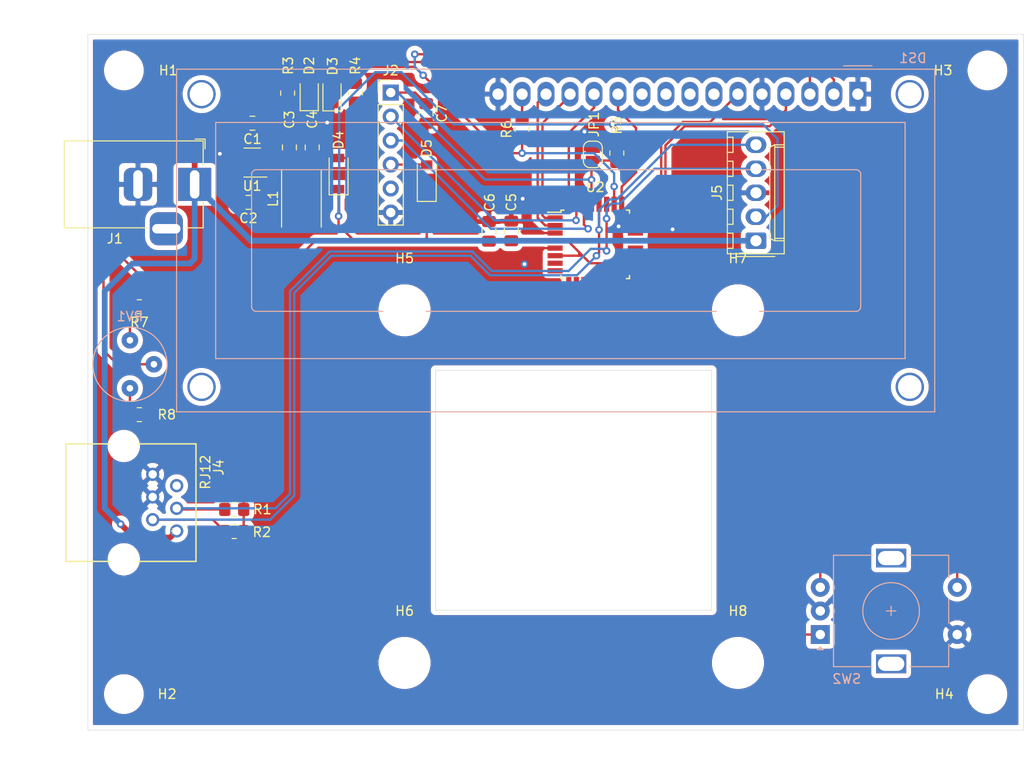
<source format=kicad_pcb>
(kicad_pcb (version 20171130) (host pcbnew 5.1.10-88a1d61d58~90~ubuntu20.04.1)
  (title_block (title Simple-Screen) (date 2021-08-05) (rev 1.1.0) (company Hackuarium))
  (layers (0 F.Cu signal) (31 B.Cu signal) (34 B.Paste user hide) (35 F.Paste user) (36 B.SilkS user hide) (37 F.SilkS user) (38 B.Mask user hide) (39 F.Mask user) (44 Edge.Cuts user))
  (net 0 "")
  (net 1 GND)
  (net 2 12V)
  (net 3 "Net-(C2-Pad1)")
  (net 4 "Net-(C2-Pad2)")
  (net 5 VIN)
  (net 6 "Net-(D2-Pad2)")
  (net 7 "Net-(D3-Pad2)")
  (net 8 "Net-(DS1-Pad3)")
  (net 9 D3)
  (net 10 D2)
  (net 11 "Net-(DS1-Pad7)")
  (net 12 "Net-(DS1-Pad8)")
  (net 13 "Net-(DS1-Pad9)")
  (net 14 "Net-(DS1-Pad10)")
  (net 15 D4)
  (net 16 D5)
  (net 17 D6)
  (net 18 D7)
  (net 19 "Net-(DS1-Pad15)")
  (net 20 "Net-(J1-Pad3)")
  (net 21 MISO)
  (net 22 SCK)
  (net 23 MOSI)
  (net 24 ~RESET)
  (net 25 SCL)
  (net 26 SDA)
  (net 27 "Net-(J4-Pad5)")
  (net 28 "Net-(R7-Pad2)")
  (net 29 "Net-(R8-Pad1)")
  (net 30 C2)
  (net 31 C1)
  (net 32 C0)
  (net 33 "Net-(U2-Pad7)")
  (net 34 "Net-(U2-Pad8)")
  (net 35 "Net-(U2-Pad12)")
  (net 36 "Net-(U2-Pad13)")
  (net 37 "Net-(U2-Pad14)")
  (net 38 "Net-(U2-Pad19)")
  (net 39 "Net-(U2-Pad20)")
  (net 40 "Net-(U2-Pad22)")
  (net 41 C3)
  (net 42 "/Sheet 5 V Step-down/5V")
  (net 43 "Net-(D5-Pad2)")
  (net 44 "Net-(J2-Pad5)")
  (net 45 RX)
  (net 46 TX)
  (module Jumper:SolderJumper-2_P1.3mm_Open_RoundedPad1.0x1.5mm (layer F.Cu) (at 53.467 -60.96 270)
    (fp_text reference JP1 (at -3.175 -0.127 90) (layer F.SilkS))
    (fp_text value SolderJumper_2_Open)
    (pad 2 smd custom (at 0.65 0 270) (size 1 0.5) (layers F.Cu F.Mask) (net 24 ~RESET) (options (clearance outline) (anchor rect)) (primitives (gr_circle (center 0 0.25) (end 0.5 0.25) (width 0)) (gr_circle (center 0 -0.25) (end 0.5 -0.25) (width 0)) (gr_poly (pts (xy 0 -0.75) (xy -0.5 -0.75) (xy -0.5 0.75) (xy 0 0.75)) (width 0))))
    (pad 1 smd custom (at -0.65 0 270) (size 1 0.5) (layers F.Cu F.Mask) (net 1 GND) (options (clearance outline) (anchor rect)) (primitives (gr_circle (center 0 0.25) (end 0.5 0.25) (width 0)) (gr_circle (center 0 -0.25) (end 0.5 -0.25) (width 0)) (gr_poly (pts (xy 0 -0.75) (xy 0.5 -0.75) (xy 0.5 0.75) (xy 0 0.75)) (width 0))))
  )
  (module MountingHole:MountingHole_4.5mm (layer F.Cu) (at 68.834 -7.112)
    (fp_text reference H8 (at 0 -5.5) (layer F.SilkS))
    (fp_text value MountingHole)
    (pad 1 np_thru_hole circle (at 0 0) (size 4.5 4.5) (drill 4.5) (layers *.Cu *.Mask))
  )
  (module MountingHole:MountingHole_4.5mm (layer F.Cu) (at 68.834 -44.45)
    (fp_text reference H7 (at 0 -5.5) (layer F.SilkS))
    (fp_text value MountingHole)
    (pad 1 np_thru_hole circle (at 0 0) (size 4.5 4.5) (drill 4.5) (layers *.Cu *.Mask))
  )
  (module MountingHole:MountingHole_4.5mm (layer F.Cu) (at 33.528 -7.112)
    (fp_text reference H6 (at 0 -5.5) (layer F.SilkS))
    (fp_text value MountingHole)
    (pad 1 np_thru_hole circle (at 0 0) (size 4.5 4.5) (drill 4.5) (layers *.Cu *.Mask))
  )
  (module MountingHole:MountingHole_4.5mm (layer F.Cu) (at 33.528 -44.45)
    (fp_text reference H5 (at 0 -5.5) (layer F.SilkS))
    (fp_text value MountingHole)
    (pad 1 np_thru_hole circle (at 0 0) (size 4.5 4.5) (drill 4.5) (layers *.Cu *.Mask))
  )
  (module Connector_PinHeader_2.54mm:PinHeader_1x06_P2.54mm_Vertical (layer F.Cu) (at 32.065 -67.506)
    (fp_text reference J2 (at 0 -2.33) (layer F.SilkS))
    (fp_text value Conn_01x06)
    (pad 6 thru_hole oval (at 0 12.7) (size 1.7 1.7) (drill 1) (layers *.Cu *.Mask) (net 1 GND))
    (pad 5 thru_hole oval (at 0 10.16) (size 1.7 1.7) (drill 1) (layers *.Cu *.Mask) (net 44 "Net-(J2-Pad5)"))
    (pad 4 thru_hole oval (at 0 7.62) (size 1.7 1.7) (drill 1) (layers *.Cu *.Mask) (net 43 "Net-(D5-Pad2)"))
    (pad 3 thru_hole oval (at 0 5.08) (size 1.7 1.7) (drill 1) (layers *.Cu *.Mask) (net 45 RX))
    (pad 2 thru_hole oval (at 0 2.54) (size 1.7 1.7) (drill 1) (layers *.Cu *.Mask) (net 46 TX))
    (pad 1 thru_hole rect (at 0 0) (size 1.7 1.7) (drill 1) (layers *.Cu *.Mask) (net 24 ~RESET))
  )
  (module Diode_SMD:D_SOD-123 (layer F.Cu) (at 35.8775 -58.2295 90)
    (fp_text reference D5 (at 3.3655 0 90) (layer F.SilkS))
    (fp_text value MBR0520LT)
    (pad 2 smd rect (at 1.65 0 90) (size 0.9 1.2) (layers F.Cu F.Paste F.Mask) (net 43 "Net-(D5-Pad2)"))
    (pad 1 smd rect (at -1.65 0 90) (size 0.9 1.2) (layers F.Cu F.Paste F.Mask) (net 5 VIN))
  )
  (module Diode_SMD:D_SOD-123 (layer F.Cu) (at 26.543 -58.928 90)
    (fp_text reference D4 (at 3.556 0 90) (layer F.SilkS))
    (fp_text value MBR0520LT)
    (pad 2 smd rect (at 1.65 0 90) (size 0.9 1.2) (layers F.Cu F.Paste F.Mask) (net 42 "/Sheet 5 V Step-down/5V"))
    (pad 1 smd rect (at -1.65 0 90) (size 0.9 1.2) (layers F.Cu F.Paste F.Mask) (net 5 VIN))
  )
  (module Capacitor_SMD:C_0805_2012Metric_Pad1.18x1.45mm_HandSolder (layer F.Cu) (at 35.814 -65.2995 270)
    (fp_text reference C7 (at 0 -1.68 90) (layer F.SilkS))
    (fp_text value 100n)
    (pad 2 smd roundrect (at 1.0375 0 270) (size 1.175 1.45) (layers F.Cu F.Paste F.Mask) (roundrect_rratio 0.212766) (net 1 GND))
    (pad 1 smd roundrect (at -1.0375 0 270) (size 1.175 1.45) (layers F.Cu F.Paste F.Mask) (roundrect_rratio 0.212766) (net 24 ~RESET))
  )
  (module Capacitor_SMD:C_0805_2012Metric_Pad1.18x1.45mm_HandSolder (layer F.Cu) (at 17.4205 -64.262 180)
    (fp_text reference C1 (at 0 -1.68) (layer F.SilkS))
    (fp_text value 10u)
    (pad 2 smd roundrect (at 1.0375 0 180) (size 1.175 1.45) (layers F.Cu F.Paste F.Mask) (roundrect_rratio 0.212766) (net 1 GND))
    (pad 1 smd roundrect (at -1.0375 0 180) (size 1.175 1.45) (layers F.Cu F.Paste F.Mask) (roundrect_rratio 0.212766) (net 2 12V))
  )
  (module Capacitor_SMD:C_0805_2012Metric_Pad1.18x1.45mm_HandSolder (layer F.Cu) (at 16.9965 -55.88 180)
    (fp_text reference C2 (at 0 -1.68) (layer F.SilkS))
    (fp_text value 100n)
    (pad 1 smd roundrect (at -1.0375 0 180) (size 1.175 1.45) (layers F.Cu F.Paste F.Mask) (roundrect_rratio 0.212766) (net 3 "Net-(C2-Pad1)"))
    (pad 2 smd roundrect (at 1.0375 0 180) (size 1.175 1.45) (layers F.Cu F.Paste F.Mask) (roundrect_rratio 0.212766) (net 4 "Net-(C2-Pad2)"))
  )
  (module Capacitor_SMD:C_0805_2012Metric_Pad1.18x1.45mm_HandSolder (layer F.Cu) (at 21.336 -61.7005 270)
    (fp_text reference C3 (at -2.9425 0 90) (layer F.SilkS))
    (fp_text value 22u)
    (pad 1 smd roundrect (at -1.0375 0 270) (size 1.175 1.45) (layers F.Cu F.Paste F.Mask) (roundrect_rratio 0.212766) (net 1 GND))
    (pad 2 smd roundrect (at 1.0375 0 270) (size 1.175 1.45) (layers F.Cu F.Paste F.Mask) (roundrect_rratio 0.212766) (net 42 "/Sheet 5 V Step-down/5V"))
  )
  (module Capacitor_SMD:C_0805_2012Metric_Pad1.18x1.45mm_HandSolder (layer F.Cu) (at 23.749 -61.7005 270)
    (fp_text reference C4 (at -2.9425 0 90) (layer F.SilkS))
    (fp_text value 22u)
    (pad 2 smd roundrect (at 1.0375 0 270) (size 1.175 1.45) (layers F.Cu F.Paste F.Mask) (roundrect_rratio 0.212766) (net 42 "/Sheet 5 V Step-down/5V"))
    (pad 1 smd roundrect (at -1.0375 0 270) (size 1.175 1.45) (layers F.Cu F.Paste F.Mask) (roundrect_rratio 0.212766) (net 1 GND))
  )
  (module Capacitor_SMD:C_0805_2012Metric_Pad1.18x1.45mm_HandSolder (layer F.Cu) (at 44.831 -52.8535 90)
    (fp_text reference C5 (at 3.0265 0 90) (layer F.SilkS))
    (fp_text value 10u)
    (pad 1 smd roundrect (at -1.0375 0 90) (size 1.175 1.45) (layers F.Cu F.Paste F.Mask) (roundrect_rratio 0.212766) (net 5 VIN))
    (pad 2 smd roundrect (at 1.0375 0 90) (size 1.175 1.45) (layers F.Cu F.Paste F.Mask) (roundrect_rratio 0.212766) (net 1 GND))
  )
  (module Capacitor_SMD:C_0805_2012Metric_Pad1.18x1.45mm_HandSolder (layer F.Cu) (at 42.465499 -52.8105 90)
    (fp_text reference C6 (at 3.0695 0.079501 90) (layer F.SilkS))
    (fp_text value 100n)
    (pad 2 smd roundrect (at 1.0375 0 90) (size 1.175 1.45) (layers F.Cu F.Paste F.Mask) (roundrect_rratio 0.212766) (net 1 GND))
    (pad 1 smd roundrect (at -1.0375 0 90) (size 1.175 1.45) (layers F.Cu F.Paste F.Mask) (roundrect_rratio 0.212766) (net 5 VIN))
  )
  (module LED_SMD:LED_0805_2012Metric_Pad1.15x1.40mm_HandSolder (layer F.Cu) (at 23.4315 -67.446 90)
    (fp_text reference D2 (at 2.912 0 90) (layer F.SilkS))
    (fp_text value GREEN)
    (pad 2 smd roundrect (at 1.025 0 90) (size 1.15 1.4) (layers F.Cu F.Paste F.Mask) (roundrect_rratio 0.217391) (net 6 "Net-(D2-Pad2)"))
    (pad 1 smd roundrect (at -1.025 0 90) (size 1.15 1.4) (layers F.Cu F.Paste F.Mask) (roundrect_rratio 0.217391) (net 1 GND))
  )
  (module LED_SMD:LED_0805_2012Metric_Pad1.15x1.40mm_HandSolder (layer F.Cu) (at 25.8445 -67.428 90)
    (fp_text reference D3 (at 2.8665 0.0635 90) (layer F.SilkS))
    (fp_text value GREEN)
    (pad 1 smd roundrect (at -1.025 0 90) (size 1.15 1.4) (layers F.Cu F.Paste F.Mask) (roundrect_rratio 0.217391) (net 1 GND))
    (pad 2 smd roundrect (at 1.025 0 90) (size 1.15 1.4) (layers F.Cu F.Paste F.Mask) (roundrect_rratio 0.217391) (net 7 "Net-(D3-Pad2)"))
  )
  (module Display:WC1602A (layer B.Cu) (at 81.53 -67.34 180)
    (fp_text reference DS1 (at -5.82 3.81) (layer B.SilkS) (effects (justify mirror)))
    (fp_text value WC1602A)
    (pad 1 thru_hole rect (at 0 0 180) (size 1.8 2.6) (drill 1.2) (layers *.Cu *.Mask) (net 1 GND))
    (pad 2 thru_hole oval (at 2.54 0 180) (size 1.8 2.6) (drill 1.2) (layers *.Cu *.Mask) (net 41 C3))
    (pad 3 thru_hole oval (at 5.08 0 180) (size 1.8 2.6) (drill 1.2) (layers *.Cu *.Mask) (net 8 "Net-(DS1-Pad3)"))
    (pad 4 thru_hole oval (at 7.62 0 180) (size 1.8 2.6) (drill 1.2) (layers *.Cu *.Mask) (net 32 C0))
    (pad 5 thru_hole oval (at 10.16 0 180) (size 1.8 2.6) (drill 1.2) (layers *.Cu *.Mask) (net 1 GND))
    (pad 6 thru_hole oval (at 12.7 0 180) (size 1.8 2.6) (drill 1.2) (layers *.Cu *.Mask) (net 31 C1))
    (pad 7 thru_hole oval (at 15.24 0 180) (size 1.8 2.6) (drill 1.2) (layers *.Cu *.Mask) (net 11 "Net-(DS1-Pad7)"))
    (pad 8 thru_hole oval (at 17.78 0 180) (size 1.8 2.6) (drill 1.2) (layers *.Cu *.Mask) (net 12 "Net-(DS1-Pad8)"))
    (pad 9 thru_hole oval (at 20.32 0 180) (size 1.8 2.6) (drill 1.2) (layers *.Cu *.Mask) (net 13 "Net-(DS1-Pad9)"))
    (pad 10 thru_hole oval (at 22.86 0 180) (size 1.8 2.6) (drill 1.2) (layers *.Cu *.Mask) (net 14 "Net-(DS1-Pad10)"))
    (pad 11 thru_hole oval (at 25.4 0 180) (size 1.8 2.6) (drill 1.2) (layers *.Cu *.Mask) (net 30 C2))
    (pad 12 thru_hole oval (at 27.94 0 180) (size 1.8 2.6) (drill 1.2) (layers *.Cu *.Mask) (net 10 D2))
    (pad 13 thru_hole oval (at 30.48 0 180) (size 1.8 2.6) (drill 1.2) (layers *.Cu *.Mask) (net 9 D3))
    (pad 14 thru_hole oval (at 33.02 0 180) (size 1.8 2.6) (drill 1.2) (layers *.Cu *.Mask) (net 15 D4))
    (pad 15 thru_hole oval (at 35.56 0 180) (size 1.8 2.6) (drill 1.2) (layers *.Cu *.Mask) (net 19 "Net-(DS1-Pad15)"))
    (pad 16 thru_hole oval (at 38.1 0 180) (size 1.8 2.6) (drill 1.2) (layers *.Cu *.Mask) (net 1 GND))
    (pad "" thru_hole circle (at -5.4991 0 180) (size 3 3) (drill 2.5) (layers *.Cu *.Mask))
    (pad "" thru_hole circle (at -5.4991 -31.0007 180) (size 3 3) (drill 2.5) (layers *.Cu *.Mask))
    (pad "" thru_hole circle (at 69.49948 -31.0007 180) (size 3 3) (drill 2.5) (layers *.Cu *.Mask))
    (pad "" thru_hole circle (at 69.5 0 180) (size 3 3) (drill 2.5) (layers *.Cu *.Mask))
  )
  (module MountingHole:MountingHole_3.2mm_M3 (layer F.Cu) (at 3.81 -69.85)
    (fp_text reference H1 (at 4.699 0) (layer F.SilkS))
    (fp_text value MountingHole)
    (pad 1 np_thru_hole circle (at 0 0) (size 3.2 3.2) (drill 3.2) (layers *.Cu *.Mask))
  )
  (module MountingHole:MountingHole_3.2mm_M3 (layer F.Cu) (at 3.81 -3.81)
    (fp_text reference H2 (at 4.572 0) (layer F.SilkS))
    (fp_text value MountingHole)
    (pad "" np_thru_hole circle (at 0 0) (size 3.2 3.2) (drill 3.2) (layers *.Cu *.Mask))
  )
  (module MountingHole:MountingHole_3.2mm_M3 (layer F.Cu) (at 95.25 -69.85)
    (fp_text reference H3 (at -4.699 0) (layer F.SilkS))
    (fp_text value MountingHole)
    (pad 1 np_thru_hole circle (at 0 0) (size 3.2 3.2) (drill 3.2) (layers *.Cu *.Mask))
  )
  (module MountingHole:MountingHole_3.2mm_M3 (layer F.Cu) (at 95.25 -3.81)
    (fp_text reference H4 (at -4.572 0) (layer F.SilkS))
    (fp_text value MountingHole)
    (pad 1 np_thru_hole circle (at 0 0) (size 3.2 3.2) (drill 3.2) (layers *.Cu *.Mask))
  )
  (module Connector_BarrelJack:BarrelJack_Horizontal (layer F.Cu) (at 11.303 -57.785)
    (fp_text reference J1 (at -8.45 5.75) (layer F.SilkS))
    (fp_text value Barrel_Jack_MountingPin)
    (pad 1 thru_hole rect (at 0 0) (size 3.5 3.5) (drill oval 1 3) (layers *.Cu *.Mask) (net 2 12V))
    (pad 2 thru_hole roundrect (at -6 0) (size 3 3.5) (drill oval 1 3) (layers *.Cu *.Mask) (net 1 GND))
    (pad 3 thru_hole roundrect (at -3 4.7) (size 3.5 3.5) (drill oval 3 1) (layers *.Cu *.Mask) (net 20 "Net-(J1-Pad3)"))
  )
  (module incubator:E5566-Q0LK22-L (layer F.Cu) (at 9.398 -21.082 90)
    (fp_text reference J4 (at 6.731 4.445 90) (layer F.SilkS))
    (fp_text value RJ12 (at 6.223 3.048 90) (layer F.SilkS))
    (fp_text user * (at 0 0 90) (layer F.SilkS))
    (pad 1 thru_hole circle (at 0 0 90) (size 1.397 1.397) (drill 0.889) (layers *.Cu *.Mask) (net 2 12V))
    (pad 2 thru_hole circle (at 1.2 -2.54 90) (size 1.397 1.397) (drill 0.889) (layers *.Cu *.Mask) (net 25 SCL))
    (pad 3 thru_hole circle (at 2.4 0 90) (size 1.397 1.397) (drill 0.889) (layers *.Cu *.Mask) (net 26 SDA))
    (pad 4 thru_hole circle (at 3.6 -2.54 90) (size 1.397 1.397) (drill 0.889) (layers *.Cu *.Mask) (net 1 GND))
    (pad 5 thru_hole circle (at 4.800001 0 90) (size 1.397 1.397) (drill 0.889) (layers *.Cu *.Mask) (net 27 "Net-(J4-Pad5)"))
    (pad 6 thru_hole circle (at 6.000001 -2.54 90) (size 1.397 1.397) (drill 0.889) (layers *.Cu *.Mask) (net 1 GND))
    (pad 7 np_thru_hole circle (at -3 -5.6 90) (size 2.413 2.413) (drill 2.413) (layers *.Cu *.Mask))
    (pad 8 np_thru_hole circle (at 8.999998 -5.6 90) (size 2.413 2.413) (drill 2.413) (layers *.Cu *.Mask))
  )
  (module Connector_Molex:Molex_KK-254_AE-6410-05A_1x05_P2.54mm_Vertical (layer F.Cu) (at 70.739 -51.816 90)
    (fp_text reference J5 (at 5.08 -4.12 90) (layer F.SilkS))
    (fp_text value Conn_01x05)
    (pad 1 thru_hole roundrect (at 0 0 90) (size 1.74 2.19) (drill 1.19) (layers *.Cu *.Mask) (roundrect_rratio 0.143678) (net 2 12V))
    (pad 2 thru_hole oval (at 2.54 0 90) (size 1.74 2.19) (drill 1.19) (layers *.Cu *.Mask) (net 5 VIN))
    (pad 3 thru_hole oval (at 5.08 0 90) (size 1.74 2.19) (drill 1.19) (layers *.Cu *.Mask) (net 1 GND))
    (pad 4 thru_hole oval (at 7.62 0 90) (size 1.74 2.19) (drill 1.19) (layers *.Cu *.Mask) (net 26 SDA))
    (pad 5 thru_hole oval (at 10.16 0 90) (size 1.74 2.19) (drill 1.19) (layers *.Cu *.Mask) (net 25 SCL))
  )
  (module Inductor_SMD:L_Taiyo-Yuden_NR-40xx_HandSoldering (layer F.Cu) (at 22.606 -56.266 90)
    (fp_text reference L1 (at 0 -3 90) (layer F.SilkS))
    (fp_text value 4.7u)
    (pad 1 smd rect (at -1.9 0 90) (size 2.2 3.9) (layers F.Cu F.Paste F.Mask) (net 3 "Net-(C2-Pad1)"))
    (pad 2 smd rect (at 1.9 0 90) (size 2.2 3.9) (layers F.Cu F.Paste F.Mask) (net 42 "/Sheet 5 V Step-down/5V"))
  )
  (module Resistor_SMD:R_0805_2012Metric_Pad1.20x1.40mm_HandSolder (layer F.Cu) (at 15.494 -23.368 180)
    (fp_text reference R1 (at -2.9845 0) (layer F.SilkS))
    (fp_text value 10k)
    (pad 1 smd roundrect (at -1 0 180) (size 1.2 1.4) (layers F.Cu F.Paste F.Mask) (roundrect_rratio 0.208333) (net 5 VIN))
    (pad 2 smd roundrect (at 1 0 180) (size 1.2 1.4) (layers F.Cu F.Paste F.Mask) (roundrect_rratio 0.208333) (net 26 SDA))
  )
  (module Resistor_SMD:R_0805_2012Metric_Pad1.20x1.40mm_HandSolder (layer F.Cu) (at 15.494 -21.0185 180)
    (fp_text reference R2 (at -2.921 -0.0635) (layer F.SilkS))
    (fp_text value 10k)
    (pad 2 smd roundrect (at 1 0 180) (size 1.2 1.4) (layers F.Cu F.Paste F.Mask) (roundrect_rratio 0.208333) (net 25 SCL))
    (pad 1 smd roundrect (at -1 0 180) (size 1.2 1.4) (layers F.Cu F.Paste F.Mask) (roundrect_rratio 0.208333) (net 5 VIN))
  )
  (module Resistor_SMD:R_0805_2012Metric_Pad1.20x1.40mm_HandSolder (layer F.Cu) (at 21.1455 -67.453 90)
    (fp_text reference R3 (at 2.905 0.0635 90) (layer F.SilkS))
    (fp_text value 10k)
    (pad 1 smd roundrect (at -1 0 90) (size 1.2 1.4) (layers F.Cu F.Paste F.Mask) (roundrect_rratio 0.208333) (net 2 12V))
    (pad 2 smd roundrect (at 1 0 90) (size 1.2 1.4) (layers F.Cu F.Paste F.Mask) (roundrect_rratio 0.208333) (net 6 "Net-(D2-Pad2)"))
  )
  (module Resistor_SMD:R_0805_2012Metric_Pad1.20x1.40mm_HandSolder (layer F.Cu) (at 28.321 -67.4845 90)
    (fp_text reference R4 (at 2.8735 0 90) (layer F.SilkS))
    (fp_text value 1k)
    (pad 2 smd roundrect (at 1 0 90) (size 1.2 1.4) (layers F.Cu F.Paste F.Mask) (roundrect_rratio 0.208333) (net 7 "Net-(D3-Pad2)"))
    (pad 1 smd roundrect (at -1 0 90) (size 1.2 1.4) (layers F.Cu F.Paste F.Mask) (roundrect_rratio 0.208333) (net 42 "/Sheet 5 V Step-down/5V"))
  )
  (module Resistor_SMD:R_0805_2012Metric_Pad1.20x1.40mm_HandSolder (layer F.Cu) (at 56.007 -61.103 270)
    (fp_text reference R5 (at -2.937 0 90) (layer F.SilkS))
    (fp_text value 100k)
    (pad 1 smd roundrect (at -1 0 270) (size 1.2 1.4) (layers F.Cu F.Paste F.Mask) (roundrect_rratio 0.208333) (net 5 VIN))
    (pad 2 smd roundrect (at 1 0 270) (size 1.2 1.4) (layers F.Cu F.Paste F.Mask) (roundrect_rratio 0.208333) (net 24 ~RESET))
  )
  (module Resistor_SMD:R_0805_2012Metric_Pad1.20x1.40mm_HandSolder (layer F.Cu) (at 45.974 -63.627 90)
    (fp_text reference R6 (at 0 -1.65 270) (layer F.SilkS))
    (fp_text value 0)
    (pad 2 smd roundrect (at 1 0 90) (size 1.2 1.4) (layers F.Cu F.Paste F.Mask) (roundrect_rratio 0.208333) (net 19 "Net-(DS1-Pad15)"))
    (pad 1 smd roundrect (at -1 0 90) (size 1.2 1.4) (layers F.Cu F.Paste F.Mask) (roundrect_rratio 0.208333) (net 41 C3))
  )
  (module Resistor_SMD:R_0805_2012Metric_Pad1.20x1.40mm_HandSolder (layer F.Cu) (at 5.445 -44.831 180)
    (fp_text reference R7 (at 0 -1.65) (layer F.SilkS))
    (fp_text value 100)
    (pad 2 smd roundrect (at 1 0 180) (size 1.2 1.4) (layers F.Cu F.Paste F.Mask) (roundrect_rratio 0.208333) (net 28 "Net-(R7-Pad2)"))
    (pad 1 smd roundrect (at -1 0 180) (size 1.2 1.4) (layers F.Cu F.Paste F.Mask) (roundrect_rratio 0.208333) (net 41 C3))
  )
  (module Resistor_SMD:R_0805_2012Metric_Pad1.20x1.40mm_HandSolder (layer F.Cu) (at 5.445 -33.401)
    (fp_text reference R8 (at 2.905 0 180) (layer F.SilkS))
    (fp_text value 100)
    (pad 1 smd roundrect (at -1 0) (size 1.2 1.4) (layers F.Cu F.Paste F.Mask) (roundrect_rratio 0.208333) (net 29 "Net-(R8-Pad1)"))
    (pad 2 smd roundrect (at 1 0) (size 1.2 1.4) (layers F.Cu F.Paste F.Mask) (roundrect_rratio 0.208333) (net 1 GND))
  )
  (module Potentiometer_THT:Potentiometer_Bourns_3339P_Vertical_HandSoldering (layer B.Cu) (at 4.445 -36.195 180)
    (fp_text reference RV1 (at 0 7.6) (layer B.SilkS) (effects (justify mirror)))
    (fp_text value 10k)
    (pad 3 thru_hole circle (at 0 5.08 180) (size 1.75 1.75) (drill 0.7) (layers *.Cu *.Mask) (net 28 "Net-(R7-Pad2)"))
    (pad 2 thru_hole circle (at -2.54 2.54 180) (size 1.75 1.75) (drill 0.7) (layers *.Cu *.Mask) (net 8 "Net-(DS1-Pad3)"))
    (pad 1 thru_hole circle (at 0 0 180) (size 1.75 1.75) (drill 0.7) (layers *.Cu *.Mask) (net 29 "Net-(R8-Pad1)"))
  )
  (module Rotary_Encoder:RotaryEncoder_Alps_EC11E-Switch_Vertical_H20mm (layer B.Cu) (at 77.5506 -10.1151)
    (fp_text reference SW2 (at 2.8 4.7) (layer B.SilkS) (effects (justify mirror)))
    (fp_text value Rotary_Encoder_Switch)
    (pad S1 thru_hole circle (at 14.5 -5) (size 2 2) (drill 1) (layers *.Cu *.Mask) (net 18 D7))
    (pad S2 thru_hole circle (at 14.5 0) (size 2 2) (drill 1) (layers *.Cu *.Mask) (net 1 GND))
    (pad MP thru_hole rect (at 7.5 -8.1) (size 3.2 2) (drill oval 2.8 1.5) (layers *.Cu *.Mask))
    (pad MP thru_hole rect (at 7.5 3.1) (size 3.2 2) (drill oval 2.8 1.5) (layers *.Cu *.Mask))
    (pad B thru_hole circle (at 0 -5) (size 2 2) (drill 1) (layers *.Cu *.Mask) (net 17 D6))
    (pad C thru_hole circle (at 0 -2.5) (size 2 2) (drill 1) (layers *.Cu *.Mask) (net 1 GND))
    (pad A thru_hole rect (at 0 0) (size 2 2) (drill 1) (layers *.Cu *.Mask) (net 16 D5))
  )
  (module Package_TO_SOT_SMD:TSOT-23-6 (layer F.Cu) (at 17.399 -60.071 180)
    (fp_text reference U1 (at 0 -2.45) (layer F.SilkS))
    (fp_text value AP63205WU)
    (pad 1 smd rect (at -1.31 -0.95 180) (size 1.22 0.65) (layers F.Cu F.Paste F.Mask) (net 42 "/Sheet 5 V Step-down/5V"))
    (pad 2 smd rect (at -1.31 0 180) (size 1.22 0.65) (layers F.Cu F.Paste F.Mask) (net 2 12V))
    (pad 3 smd rect (at -1.31 0.95 180) (size 1.22 0.65) (layers F.Cu F.Paste F.Mask) (net 2 12V))
    (pad 4 smd rect (at 1.31 0.95 180) (size 1.22 0.65) (layers F.Cu F.Paste F.Mask) (net 1 GND))
    (pad 5 smd rect (at 1.31 0 180) (size 1.22 0.65) (layers F.Cu F.Paste F.Mask) (net 3 "Net-(C2-Pad1)"))
    (pad 6 smd rect (at 1.31 -0.95 180) (size 1.22 0.65) (layers F.Cu F.Paste F.Mask) (net 4 "Net-(C2-Pad2)"))
  )
  (module Package_QFP:TQFP-32_7x7mm_P0.8mm (layer F.Cu) (at 53.721 -51.435)
    (fp_text reference U2 (at 0 -6.05) (layer F.SilkS))
    (fp_text value ATmega328P-AU)
    (pad 1 smd rect (at -4.25 -2.8) (size 1.6 0.55) (layers F.Cu F.Paste F.Mask) (net 9 D3))
    (pad 2 smd rect (at -4.25 -2) (size 1.6 0.55) (layers F.Cu F.Paste F.Mask) (net 15 D4))
    (pad 3 smd rect (at -4.25 -1.2) (size 1.6 0.55) (layers F.Cu F.Paste F.Mask) (net 1 GND))
    (pad 4 smd rect (at -4.25 -0.4) (size 1.6 0.55) (layers F.Cu F.Paste F.Mask) (net 5 VIN))
    (pad 5 smd rect (at -4.25 0.4) (size 1.6 0.55) (layers F.Cu F.Paste F.Mask) (net 1 GND))
    (pad 6 smd rect (at -4.25 1.2) (size 1.6 0.55) (layers F.Cu F.Paste F.Mask) (net 5 VIN))
    (pad 7 smd rect (at -4.25 2) (size 1.6 0.55) (layers F.Cu F.Paste F.Mask) (net 33 "Net-(U2-Pad7)"))
    (pad 8 smd rect (at -4.25 2.8) (size 1.6 0.55) (layers F.Cu F.Paste F.Mask) (net 34 "Net-(U2-Pad8)"))
    (pad 9 smd rect (at -2.8 4.25 90) (size 1.6 0.55) (layers F.Cu F.Paste F.Mask) (net 16 D5))
    (pad 10 smd rect (at -2 4.25 90) (size 1.6 0.55) (layers F.Cu F.Paste F.Mask) (net 17 D6))
    (pad 11 smd rect (at -1.2 4.25 90) (size 1.6 0.55) (layers F.Cu F.Paste F.Mask) (net 18 D7))
    (pad 12 smd rect (at -0.4 4.25 90) (size 1.6 0.55) (layers F.Cu F.Paste F.Mask) (net 35 "Net-(U2-Pad12)"))
    (pad 13 smd rect (at 0.4 4.25 90) (size 1.6 0.55) (layers F.Cu F.Paste F.Mask) (net 36 "Net-(U2-Pad13)"))
    (pad 14 smd rect (at 1.2 4.25 90) (size 1.6 0.55) (layers F.Cu F.Paste F.Mask) (net 37 "Net-(U2-Pad14)"))
    (pad 15 smd rect (at 2 4.25 90) (size 1.6 0.55) (layers F.Cu F.Paste F.Mask) (net 23 MOSI))
    (pad 16 smd rect (at 2.8 4.25 90) (size 1.6 0.55) (layers F.Cu F.Paste F.Mask) (net 21 MISO))
    (pad 17 smd rect (at 4.25 2.8) (size 1.6 0.55) (layers F.Cu F.Paste F.Mask) (net 22 SCK))
    (pad 18 smd rect (at 4.25 2) (size 1.6 0.55) (layers F.Cu F.Paste F.Mask) (net 5 VIN))
    (pad 19 smd rect (at 4.25 1.2) (size 1.6 0.55) (layers F.Cu F.Paste F.Mask) (net 38 "Net-(U2-Pad19)"))
    (pad 20 smd rect (at 4.25 0.4) (size 1.6 0.55) (layers F.Cu F.Paste F.Mask) (net 39 "Net-(U2-Pad20)"))
    (pad 21 smd rect (at 4.25 -0.4) (size 1.6 0.55) (layers F.Cu F.Paste F.Mask) (net 1 GND))
    (pad 22 smd rect (at 4.25 -1.2) (size 1.6 0.55) (layers F.Cu F.Paste F.Mask) (net 40 "Net-(U2-Pad22)"))
    (pad 23 smd rect (at 4.25 -2) (size 1.6 0.55) (layers F.Cu F.Paste F.Mask) (net 32 C0))
    (pad 24 smd rect (at 4.25 -2.8) (size 1.6 0.55) (layers F.Cu F.Paste F.Mask) (net 31 C1))
    (pad 25 smd rect (at 2.8 -4.25 90) (size 1.6 0.55) (layers F.Cu F.Paste F.Mask) (net 30 C2))
    (pad 26 smd rect (at 2 -4.25 90) (size 1.6 0.55) (layers F.Cu F.Paste F.Mask) (net 41 C3))
    (pad 27 smd rect (at 1.2 -4.25 90) (size 1.6 0.55) (layers F.Cu F.Paste F.Mask) (net 26 SDA))
    (pad 28 smd rect (at 0.4 -4.25 90) (size 1.6 0.55) (layers F.Cu F.Paste F.Mask) (net 25 SCL))
    (pad 29 smd rect (at -0.4 -4.25 90) (size 1.6 0.55) (layers F.Cu F.Paste F.Mask) (net 24 ~RESET))
    (pad 30 smd rect (at -1.2 -4.25 90) (size 1.6 0.55) (layers F.Cu F.Paste F.Mask) (net 45 RX))
    (pad 31 smd rect (at -2 -4.25 90) (size 1.6 0.55) (layers F.Cu F.Paste F.Mask) (net 46 TX))
    (pad 32 smd rect (at -2.8 -4.25 90) (size 1.6 0.55) (layers F.Cu F.Paste F.Mask) (net 10 D2))
  )
  (gr_line (start 0 -73.66) (end 0 0) (layer Edge.Cuts) (width 0.05))
  (gr_line (start 99.06 -73.66) (end 0 -73.66) (layer Edge.Cuts) (width 0.05))
  (gr_line (start 99.06 0) (end 99.06 -73.66) (layer Edge.Cuts) (width 0.05))
  (gr_line (start 0 0) (end 99.06 0) (layer Edge.Cuts) (width 0.05))
  (gr_line (start 66.04 -38.1) (end 36.83 -38.1) (layer Edge.Cuts) (width 0.05))
  (gr_line (start 66.04 -12.7) (end 66.04 -38.1) (layer Edge.Cuts) (width 0.05))
  (gr_line (start 36.83 -12.7) (end 66.04 -12.7) (layer Edge.Cuts) (width 0.05))
  (gr_line (start 36.83 -38.1) (end 36.83 -12.7) (layer Edge.Cuts) (width 0.05))
  (via (at 52.578 -63.373) (size 0.8) (drill 0.4) (layers F.Cu B.Cu) (net 1))
  (via (at 46.0375 -56.261) (size 0.8) (drill 0.4) (layers F.Cu B.Cu) (net 1))
  (via (at 46.228 -49.3395) (size 0.8) (drill 0.4) (layers F.Cu B.Cu) (net 1))
  (via (at 56.1975 -53.34) (size 0.8) (drill 0.4) (layers F.Cu B.Cu) (net 1))
  (via (at 61.9125 -53.0225) (size 0.8) (drill 0.4) (layers F.Cu B.Cu) (net 1))
  (segment (start 47.9235 -51.035) (end 46.228 -49.3395) (width 0.25) (layer F.Cu) (net 1))
  (segment (start 49.471 -51.035) (end 47.9235 -51.035) (width 0.25) (layer F.Cu) (net 1))
  (segment (start 46.0375 -56.261) (end 46.0375 -54.102) (width 0.25) (layer F.Cu) (net 1))
  (segment (start 47.5045 -52.635) (end 49.471 -52.635) (width 0.25) (layer F.Cu) (net 1))
  (segment (start 46.0375 -54.102) (end 47.5045 -52.635) (width 0.25) (layer F.Cu) (net 1))
  (segment (start 56.6865 -51.835) (end 57.971 -51.835) (width 0.25) (layer F.Cu) (net 1))
  (segment (start 61.9125 -53.0225) (end 61.341 -53.0225) (width 0.25) (layer F.Cu) (net 1))
  (segment (start 60.1535 -51.835) (end 57.971 -51.835) (width 0.25) (layer F.Cu) (net 1))
  (segment (start 61.341 -53.0225) (end 60.1535 -51.835) (width 0.25) (layer F.Cu) (net 1))
  (segment (start 56.1975 -52.324) (end 56.6865 -51.835) (width 0.25) (layer F.Cu) (net 1))
  (segment (start 56.1975 -53.34) (end 56.1975 -52.324) (width 0.25) (layer F.Cu) (net 1))
  (via (at 13.97 -61.0235) (size 0.8) (drill 0.4) (layers F.Cu B.Cu) (net 1))
  (via (at 25.3365 -64.3255) (size 0.8) (drill 0.4) (layers F.Cu B.Cu) (net 1))
  (segment (start 13.9725 -61.021) (end 13.97 -61.0235) (width 0.25) (layer F.Cu) (net 1))
  (segment (start 16.089 -61.021) (end 13.9725 -61.021) (width 0.25) (layer F.Cu) (net 1))
  (segment (start 18.709 -64.011) (end 18.458 -64.262) (width 0.6096) (layer F.Cu) (net 2))
  (segment (start 18.709 -61.021) (end 18.709 -64.011) (width 0.6096) (layer F.Cu) (net 2))
  (segment (start 18.709 -61.021) (end 18.709 -60.071) (width 0.6096) (layer F.Cu) (net 2))
  (segment (start 17.272 -51.816) (end 70.739 -51.816) (width 0.6096) (layer B.Cu) (net 2))
  (segment (start 11.303 -57.785) (end 17.272 -51.816) (width 0.6096) (layer B.Cu) (net 2))
  (segment (start 1.778 -23.495) (end 1.778 -46.482) (width 0.6096) (layer B.Cu) (net 2))
  (segment (start 1.778 -46.482) (end 4.699 -49.403) (width 0.6096) (layer B.Cu) (net 2))
  (segment (start 4.699 -49.403) (end 10.795 -49.403) (width 0.6096) (layer B.Cu) (net 2))
  (segment (start 11.303 -49.911) (end 11.303 -57.785) (width 0.6096) (layer B.Cu) (net 2))
  (segment (start 10.795 -49.403) (end 11.303 -49.911) (width 0.6096) (layer B.Cu) (net 2))
  (segment (start 17.78 -66.548) (end 18.458 -65.87) (width 0.6096) (layer F.Cu) (net 2))
  (segment (start 14.859 -66.548) (end 17.78 -66.548) (width 0.6096) (layer F.Cu) (net 2))
  (segment (start 18.458 -65.87) (end 18.458 -64.262) (width 0.6096) (layer F.Cu) (net 2))
  (segment (start 11.303 -62.992) (end 14.859 -66.548) (width 0.6096) (layer F.Cu) (net 2))
  (segment (start 11.303 -57.785) (end 11.303 -62.992) (width 0.6096) (layer F.Cu) (net 2))
  (segment (start 3.46075 -21.81225) (end 1.778 -23.495) (width 0.6096) (layer B.Cu) (net 2))
  (via (at 3.46075 -21.81225) (size 0.8) (drill 0.4) (layers F.Cu B.Cu) (net 2))
  (segment (start 8.699501 -20.383501) (end 9.398 -21.082) (width 0.6096) (layer F.Cu) (net 2))
  (segment (start 4.889499 -20.383501) (end 8.699501 -20.383501) (width 0.6096) (layer F.Cu) (net 2))
  (segment (start 3.46075 -21.81225) (end 4.889499 -20.383501) (width 0.6096) (layer F.Cu) (net 2))
  (segment (start 21.1455 -66.453) (end 21.1455 -65.4685) (width 0.25) (layer F.Cu) (net 2))
  (segment (start 19.939 -64.262) (end 18.458 -64.262) (width 0.25) (layer F.Cu) (net 2))
  (segment (start 21.1455 -65.4685) (end 19.939 -64.262) (width 0.25) (layer F.Cu) (net 2))
  (segment (start 18.034 -55.88) (end 18.034 -57.15) (width 0.25) (layer F.Cu) (net 3))
  (segment (start 18.034 -57.15) (end 17.3355 -57.8485) (width 0.25) (layer F.Cu) (net 3))
  (segment (start 16.659002 -60.071) (end 16.089 -60.071) (width 0.25) (layer F.Cu) (net 3))
  (segment (start 17.3355 -59.394502) (end 16.659002 -60.071) (width 0.25) (layer F.Cu) (net 3))
  (segment (start 17.3355 -57.8485) (end 17.3355 -59.394502) (width 0.25) (layer F.Cu) (net 3))
  (segment (start 18.034 -55.88) (end 18.034 -55.1815) (width 0.25) (layer F.Cu) (net 3))
  (segment (start 18.8495 -54.366) (end 22.606 -54.366) (width 0.25) (layer F.Cu) (net 3))
  (segment (start 18.034 -55.1815) (end 18.8495 -54.366) (width 0.25) (layer F.Cu) (net 3))
  (segment (start 16.089 -56.01) (end 15.959 -55.88) (width 0.25) (layer F.Cu) (net 4))
  (segment (start 16.089 -59.121) (end 16.089 -56.01) (width 0.25) (layer F.Cu) (net 4))
  (segment (start 49.471 -51.835) (end 50.781 -51.835) (width 0.25) (layer F.Cu) (net 5))
  (segment (start 52.013 -50.603) (end 52.0065 -50.6095) (width 0.25) (layer F.Cu) (net 5))
  (segment (start 52.013 -50.235) (end 52.013 -50.603) (width 0.25) (layer F.Cu) (net 5))
  (segment (start 52.0065 -50.6095) (end 52.381 -50.235) (width 0.25) (layer F.Cu) (net 5))
  (segment (start 50.781 -51.835) (end 52.0065 -50.6095) (width 0.25) (layer F.Cu) (net 5))
  (segment (start 49.471 -50.235) (end 50.984 -50.235) (width 0.25) (layer F.Cu) (net 5))
  (segment (start 52.013 -50.235) (end 52.381 -50.235) (width 0.25) (layer F.Cu) (net 5))
  (segment (start 50.984 -50.235) (end 52.013 -50.235) (width 0.25) (layer F.Cu) (net 5))
  (segment (start 49.471 -51.835) (end 36.684 -51.835) (width 0.25) (layer F.Cu) (net 5))
  (segment (start 26.543 -57.278) (end 26.543 -54.4195) (width 0.25) (layer F.Cu) (net 5))
  (segment (start 28.175 -51.835) (end 33.001 -51.835) (width 0.25) (layer F.Cu) (net 5))
  (segment (start 32.747 -51.835) (end 33.001 -51.835) (width 0.25) (layer F.Cu) (net 5))
  (segment (start 53.181 -49.435) (end 52.381 -50.235) (width 0.25) (layer F.Cu) (net 5))
  (segment (start 57.971 -49.435) (end 53.181 -49.435) (width 0.25) (layer F.Cu) (net 5))
  (segment (start 16.494 -21.0185) (end 16.494 -23.368) (width 0.25) (layer F.Cu) (net 5))
  (segment (start 16.494 -23.368) (end 16.494 -44.2435) (width 0.25) (layer F.Cu) (net 5))
  (segment (start 16.494 -44.2435) (end 24.0855 -51.835) (width 0.25) (layer F.Cu) (net 5))
  (segment (start 27.84475 -52.16525) (end 27.84475 -52.10175) (width 0.25) (layer F.Cu) (net 5))
  (segment (start 27.84475 -52.10175) (end 27.578 -51.835) (width 0.25) (layer F.Cu) (net 5))
  (segment (start 27.578 -51.835) (end 28.175 -51.835) (width 0.25) (layer F.Cu) (net 5))
  (segment (start 24.0855 -51.835) (end 27.578 -51.835) (width 0.25) (layer F.Cu) (net 5))
  (segment (start 26.543 -53.467) (end 27.84475 -52.16525) (width 0.25) (layer F.Cu) (net 5))
  (segment (start 27.84475 -52.16525) (end 28.175 -51.835) (width 0.25) (layer F.Cu) (net 5))
  (segment (start 56.007 -62.103) (end 56.007 -63.6905) (width 0.25) (layer F.Cu) (net 5))
  (segment (start 56.007 -63.6905) (end 55.5625 -64.135) (width 0.25) (layer F.Cu) (net 5))
  (segment (start 55.5625 -64.135) (end 55.5625 -64.135) (width 0.25) (layer F.Cu) (net 5))
  (via (at 55.5625 -64.135) (size 0.8) (drill 0.4) (layers F.Cu B.Cu) (net 5))
  (segment (start 55.5625 -64.135) (end 38.735 -64.135) (width 0.25) (layer B.Cu) (net 5))
  (segment (start 38.735 -64.135) (end 33.2105 -69.6595) (width 0.25) (layer B.Cu) (net 5))
  (segment (start 33.2105 -69.6595) (end 30.4165 -69.6595) (width 0.25) (layer B.Cu) (net 5))
  (segment (start 30.4165 -69.6595) (end 26.6065 -65.8495) (width 0.25) (layer B.Cu) (net 5))
  (segment (start 26.543 -54.4195) (end 26.543 -53.467) (width 0.25) (layer F.Cu) (net 5))
  (via (at 26.543 -54.4195) (size 0.8) (drill 0.4) (layers F.Cu B.Cu) (net 5))
  (segment (start 26.6065 -54.483) (end 26.543 -54.4195) (width 0.25) (layer B.Cu) (net 5))
  (segment (start 26.6065 -65.8495) (end 26.6065 -54.483) (width 0.25) (layer B.Cu) (net 5))
  (segment (start 70.739 -54.356) (end 71.8185 -54.356) (width 0.25) (layer B.Cu) (net 5))
  (segment (start 71.8185 -54.356) (end 73.025 -55.5625) (width 0.25) (layer B.Cu) (net 5))
  (segment (start 73.025 -55.5625) (end 73.025 -62.611) (width 0.25) (layer B.Cu) (net 5))
  (segment (start 71.501 -64.135) (end 55.5625 -64.135) (width 0.25) (layer B.Cu) (net 5))
  (segment (start 73.025 -62.611) (end 71.501 -64.135) (width 0.25) (layer B.Cu) (net 5))
  (segment (start 35.8775 -52.1335) (end 36.176 -51.835) (width 0.25) (layer F.Cu) (net 5))
  (segment (start 35.8775 -56.5795) (end 35.8775 -52.1335) (width 0.25) (layer F.Cu) (net 5))
  (segment (start 36.176 -51.835) (end 36.684 -51.835) (width 0.25) (layer F.Cu) (net 5))
  (segment (start 35.8775 -52.1335) (end 35.579 -51.835) (width 0.25) (layer F.Cu) (net 5))
  (segment (start 35.579 -51.835) (end 36.176 -51.835) (width 0.25) (layer F.Cu) (net 5))
  (segment (start 33.001 -51.835) (end 35.579 -51.835) (width 0.25) (layer F.Cu) (net 5))
  (segment (start 23.4135 -68.453) (end 23.4315 -68.471) (width 0.25) (layer F.Cu) (net 6))
  (segment (start 21.1455 -68.453) (end 23.4135 -68.453) (width 0.25) (layer F.Cu) (net 6))
  (segment (start 28.2895 -68.453) (end 28.321 -68.4845) (width 0.25) (layer F.Cu) (net 7))
  (segment (start 25.8445 -68.453) (end 28.2895 -68.453) (width 0.25) (layer F.Cu) (net 7))
  (segment (start 76.45 -67.34) (end 76.45 -69.219) (width 0.25) (layer F.Cu) (net 8))
  (segment (start 76.45 -69.219) (end 74.93 -70.739) (width 0.25) (layer F.Cu) (net 8))
  (segment (start 74.93 -70.739) (end 9.9695 -70.739) (width 0.25) (layer F.Cu) (net 8))
  (segment (start 9.9695 -70.739) (end 9.906 -70.739) (width 0.25) (layer F.Cu) (net 8))
  (segment (start 9.906 -70.739) (end 1.651 -62.484) (width 0.25) (layer F.Cu) (net 8))
  (segment (start 1.651 -62.484) (end 1.651 -40.1955) (width 0.25) (layer F.Cu) (net 8))
  (segment (start 3.1115 -38.735) (end 6.985 -38.735) (width 0.25) (layer F.Cu) (net 8))
  (segment (start 1.651 -40.1955) (end 3.1115 -38.735) (width 0.25) (layer F.Cu) (net 8))
  (segment (start 48.133 -54.495) (end 48.393 -54.235) (width 0.25) (layer F.Cu) (net 9))
  (segment (start 48.393 -54.235) (end 49.471 -54.235) (width 0.25) (layer F.Cu) (net 9))
  (segment (start 48.133 -64.262) (end 48.133 -54.495) (width 0.25) (layer F.Cu) (net 9))
  (segment (start 51.05 -67.179) (end 48.133 -64.262) (width 0.25) (layer F.Cu) (net 9))
  (segment (start 51.05 -67.34) (end 51.05 -67.179) (width 0.25) (layer F.Cu) (net 9))
  (segment (start 50.921 -55.685) (end 50.921 -63.24) (width 0.25) (layer F.Cu) (net 10))
  (segment (start 53.59 -65.909) (end 53.59 -67.34) (width 0.25) (layer F.Cu) (net 10))
  (segment (start 50.921 -63.24) (end 53.59 -65.909) (width 0.25) (layer F.Cu) (net 10))
  (segment (start 48.421 -53.435) (end 47.625 -54.231) (width 0.25) (layer F.Cu) (net 15))
  (segment (start 49.471 -53.435) (end 48.421 -53.435) (width 0.25) (layer F.Cu) (net 15))
  (segment (start 47.625 -66.455) (end 48.51 -67.34) (width 0.25) (layer F.Cu) (net 15))
  (segment (start 47.625 -54.231) (end 47.625 -66.455) (width 0.25) (layer F.Cu) (net 15))
  (segment (start 61.648891 -45.010481) (end 65.96689 -49.32848) (width 0.25) (layer F.Cu) (net 16))
  (segment (start 52.045519 -45.010481) (end 61.648891 -45.010481) (width 0.25) (layer F.Cu) (net 16))
  (segment (start 50.921 -46.135) (end 52.045519 -45.010481) (width 0.25) (layer F.Cu) (net 16))
  (segment (start 50.921 -47.185) (end 50.921 -46.135) (width 0.25) (layer F.Cu) (net 16))
  (segment (start 65.96689 -49.32848) (end 74.56002 -49.32848) (width 0.25) (layer F.Cu) (net 16))
  (segment (start 74.56002 -49.32848) (end 75.438 -48.4505) (width 0.25) (layer F.Cu) (net 16))
  (segment (start 75.438 -48.4505) (end 75.438 -10.6045) (width 0.25) (layer F.Cu) (net 16))
  (segment (start 75.9274 -10.1151) (end 77.5506 -10.1151) (width 0.25) (layer F.Cu) (net 16))
  (segment (start 75.438 -10.6045) (end 75.9274 -10.1151) (width 0.25) (layer F.Cu) (net 16))
  (segment (start 52.39551 -45.46049) (end 61.46249 -45.46049) (width 0.25) (layer F.Cu) (net 17))
  (segment (start 51.721 -46.135) (end 52.39551 -45.46049) (width 0.25) (layer F.Cu) (net 17))
  (segment (start 51.721 -47.185) (end 51.721 -46.135) (width 0.25) (layer F.Cu) (net 17))
  (segment (start 61.46249 -45.46049) (end 65.78049 -49.77849) (width 0.25) (layer F.Cu) (net 17))
  (segment (start 77.5506 -47.21588) (end 74.98799 -49.77849) (width 0.25) (layer F.Cu) (net 17))
  (segment (start 77.5506 -15.1151) (end 77.5506 -47.21588) (width 0.25) (layer F.Cu) (net 17))
  (segment (start 65.78049 -49.77849) (end 74.98799 -49.77849) (width 0.25) (layer F.Cu) (net 17))
  (segment (start 82.9945 -50.2285) (end 92.0506 -41.1724) (width 0.25) (layer F.Cu) (net 18))
  (segment (start 61.214 -45.9105) (end 65.532 -50.2285) (width 0.25) (layer F.Cu) (net 18))
  (segment (start 52.832 -45.9105) (end 61.214 -45.9105) (width 0.25) (layer F.Cu) (net 18))
  (segment (start 65.532 -50.2285) (end 82.9945 -50.2285) (width 0.25) (layer F.Cu) (net 18))
  (segment (start 52.521 -46.2215) (end 52.832 -45.9105) (width 0.25) (layer F.Cu) (net 18))
  (segment (start 92.0506 -41.1724) (end 92.0506 -15.1151) (width 0.25) (layer F.Cu) (net 18))
  (segment (start 52.521 -47.185) (end 52.521 -46.2215) (width 0.25) (layer F.Cu) (net 18))
  (segment (start 45.97 -64.631) (end 45.974 -64.627) (width 0.25) (layer F.Cu) (net 19))
  (segment (start 45.97 -67.34) (end 45.97 -64.631) (width 0.25) (layer F.Cu) (net 19))
  (segment (start 53.321 -60.164) (end 53.467 -60.31) (width 0.25) (layer F.Cu) (net 24))
  (segment (start 53.321 -55.685) (end 53.321 -58.274) (width 0.25) (layer F.Cu) (net 24))
  (segment (start 55.8 -60.31) (end 56.007 -60.103) (width 0.25) (layer F.Cu) (net 24))
  (segment (start 53.467 -60.31) (end 55.8 -60.31) (width 0.25) (layer F.Cu) (net 24))
  (segment (start 32.065 -67.506) (end 32.824 -67.506) (width 0.25) (layer B.Cu) (net 24))
  (segment (start 32.824 -67.506) (end 42.037 -58.293) (width 0.25) (layer B.Cu) (net 24))
  (segment (start 42.037 -58.293) (end 53.34 -58.293) (width 0.25) (layer B.Cu) (net 24))
  (segment (start 53.321 -58.274) (end 53.321 -60.164) (width 0.25) (layer F.Cu) (net 24))
  (via (at 53.321 -58.274) (size 0.8) (drill 0.4) (layers F.Cu B.Cu) (net 24))
  (segment (start 34.645 -67.506) (end 35.814 -66.337) (width 0.25) (layer F.Cu) (net 24))
  (segment (start 32.065 -67.506) (end 34.645 -67.506) (width 0.25) (layer F.Cu) (net 24))
  (segment (start 54.121 -55.685) (end 54.121 -52.978) (width 0.25) (layer F.Cu) (net 25))
  (segment (start 54.121 -51.6445) (end 54.121 -51.1365) (width 0.25) (layer F.Cu) (net 25))
  (segment (start 13.2305 -22.282) (end 14.494 -21.0185) (width 0.25) (layer F.Cu) (net 25))
  (segment (start 6.858 -22.282) (end 13.2305 -22.282) (width 0.25) (layer F.Cu) (net 25))
  (segment (start 54.121 -51.1365) (end 54.121 -50.5015) (width 0.25) (layer F.Cu) (net 25))
  (segment (start 54.121 -50.5015) (end 53.848 -50.2285) (width 0.25) (layer F.Cu) (net 25))
  (segment (start 53.848 -50.2285) (end 53.848 -50.2285) (width 0.25) (layer F.Cu) (net 25))
  (via (at 53.848 -50.2285) (size 0.8) (drill 0.4) (layers F.Cu B.Cu) (net 25))
  (segment (start 19.309928 -22.282) (end 14.9925 -22.282) (width 0.25) (layer B.Cu) (net 25))
  (segment (start 21.855019 -46.301109) (end 21.855018 -24.82709) (width 0.25) (layer B.Cu) (net 25))
  (segment (start 25.7769 -50.22299) (end 21.855019 -46.301109) (width 0.25) (layer B.Cu) (net 25))
  (segment (start 40.5171 -50.22299) (end 25.7769 -50.22299) (width 0.25) (layer B.Cu) (net 25))
  (segment (start 42.5756 -48.16449) (end 40.5171 -50.22299) (width 0.25) (layer B.Cu) (net 25))
  (segment (start 21.855018 -24.82709) (end 19.309928 -22.282) (width 0.25) (layer B.Cu) (net 25))
  (segment (start 51.783989 -48.164489) (end 42.5756 -48.16449) (width 0.25) (layer B.Cu) (net 25))
  (segment (start 53.848 -50.2285) (end 51.783989 -48.164489) (width 0.25) (layer B.Cu) (net 25))
  (segment (start 6.858 -22.282) (end 14.9925 -22.282) (width 0.25) (layer B.Cu) (net 25))
  (segment (start 54.121 -52.978) (end 54.121 -51.6445) (width 0.25) (layer F.Cu) (net 25))
  (via (at 54.121 -52.978) (size 0.8) (drill 0.4) (layers F.Cu B.Cu) (net 25))
  (segment (start 70.739 -61.976) (end 61.7855 -61.976) (width 0.25) (layer B.Cu) (net 25))
  (segment (start 61.7855 -61.976) (end 56.007 -56.1975) (width 0.25) (layer B.Cu) (net 25))
  (segment (start 56.007 -56.1975) (end 55.245 -56.1975) (width 0.25) (layer B.Cu) (net 25))
  (segment (start 54.121 -55.0735) (end 54.121 -52.978) (width 0.25) (layer B.Cu) (net 25))
  (segment (start 55.245 -56.1975) (end 54.121 -55.0735) (width 0.25) (layer B.Cu) (net 25))
  (segment (start 9.512 -23.368) (end 9.398 -23.482) (width 0.25) (layer F.Cu) (net 26))
  (segment (start 14.494 -23.368) (end 9.512 -23.368) (width 0.25) (layer F.Cu) (net 26))
  (segment (start 54.921 -55.685) (end 54.921 -54.159) (width 0.25) (layer F.Cu) (net 26))
  (segment (start 54.921 -51.1745) (end 54.921 -50.9335) (width 0.25) (layer F.Cu) (net 26))
  (segment (start 54.921 -50.9335) (end 54.921 -50.743) (width 0.25) (layer F.Cu) (net 26))
  (segment (start 54.921 -50.743) (end 54.921 -50.743) (width 0.25) (layer F.Cu) (net 26))
  (via (at 54.921 -50.743) (size 0.8) (drill 0.4) (layers F.Cu B.Cu) (net 26))
  (segment (start 54.921 -50.743) (end 54.710499 -50.953501) (width 0.25) (layer B.Cu) (net 26))
  (segment (start 40.7035 -50.673) (end 25.5905 -50.673) (width 0.25) (layer B.Cu) (net 26))
  (segment (start 54.710499 -50.953501) (end 53.239501 -50.953501) (width 0.25) (layer B.Cu) (net 26))
  (segment (start 50.900499 -48.614499) (end 42.762001 -48.614499) (width 0.25) (layer B.Cu) (net 26))
  (segment (start 42.762001 -48.614499) (end 40.7035 -50.673) (width 0.25) (layer B.Cu) (net 26))
  (segment (start 53.239501 -50.953501) (end 50.900499 -48.614499) (width 0.25) (layer B.Cu) (net 26))
  (segment (start 25.5905 -50.673) (end 21.405009 -46.487509) (width 0.25) (layer B.Cu) (net 26))
  (segment (start 19.873518 -23.482) (end 21.405009 -25.013491) (width 0.25) (layer B.Cu) (net 26))
  (segment (start 9.398 -23.482) (end 19.873518 -23.482) (width 0.25) (layer B.Cu) (net 26))
  (segment (start 21.405009 -46.487509) (end 21.405009 -25.013491) (width 0.25) (layer B.Cu) (net 26))
  (segment (start 54.921 -54.159) (end 54.921 -51.1745) (width 0.25) (layer F.Cu) (net 26))
  (via (at 54.921 -54.159) (size 0.8) (drill 0.4) (layers F.Cu B.Cu) (net 26))
  (segment (start 54.921 -54.159) (end 54.921 -55.23709) (width 0.25) (layer B.Cu) (net 26))
  (segment (start 55.4314 -55.74749) (end 56.31899 -55.74749) (width 0.25) (layer B.Cu) (net 26))
  (segment (start 54.921 -55.23709) (end 55.4314 -55.74749) (width 0.25) (layer B.Cu) (net 26))
  (segment (start 60.0075 -59.436) (end 70.739 -59.436) (width 0.25) (layer B.Cu) (net 26))
  (segment (start 56.31899 -55.74749) (end 60.0075 -59.436) (width 0.25) (layer B.Cu) (net 26))
  (segment (start 4.445 -44.831) (end 4.445 -41.275) (width 0.25) (layer F.Cu) (net 28))
  (segment (start 4.445 -36.195) (end 4.445 -33.401) (width 0.25) (layer F.Cu) (net 29))
  (segment (start 56.13 -67.34) (end 56.13 -65.663) (width 0.25) (layer F.Cu) (net 30))
  (segment (start 56.13 -65.663) (end 58.039 -63.754) (width 0.25) (layer F.Cu) (net 30))
  (segment (start 58.039 -63.754) (end 58.039 -59.055) (width 0.25) (layer F.Cu) (net 30))
  (segment (start 56.521 -57.537) (end 56.521 -55.685) (width 0.25) (layer F.Cu) (net 30))
  (segment (start 58.039 -59.055) (end 56.521 -57.537) (width 0.25) (layer F.Cu) (net 30))
  (segment (start 68.83 -67.34) (end 65.879 -64.389) (width 0.25) (layer F.Cu) (net 31))
  (segment (start 65.879 -64.389) (end 62.992 -64.389) (width 0.25) (layer F.Cu) (net 31))
  (segment (start 62.992 -64.389) (end 60.706 -62.103) (width 0.25) (layer F.Cu) (net 31))
  (segment (start 60.706 -62.103) (end 60.706 -55.118) (width 0.25) (layer F.Cu) (net 31))
  (segment (start 59.823 -54.235) (end 57.971 -54.235) (width 0.25) (layer F.Cu) (net 31))
  (segment (start 60.706 -55.118) (end 59.823 -54.235) (width 0.25) (layer F.Cu) (net 31))
  (segment (start 59.65941 -53.435) (end 61.15601 -54.9316) (width 0.25) (layer F.Cu) (net 32))
  (segment (start 57.971 -53.435) (end 59.65941 -53.435) (width 0.25) (layer F.Cu) (net 32))
  (segment (start 61.15601 -54.9316) (end 61.15601 -61.9166) (width 0.25) (layer F.Cu) (net 32))
  (segment (start 63.1784 -63.93899) (end 72.19399 -63.93899) (width 0.25) (layer F.Cu) (net 32))
  (segment (start 61.15601 -61.9166) (end 63.1784 -63.93899) (width 0.25) (layer F.Cu) (net 32))
  (segment (start 73.91 -65.655) (end 73.91 -67.34) (width 0.25) (layer F.Cu) (net 32))
  (segment (start 72.19399 -63.93899) (end 73.91 -65.655) (width 0.25) (layer F.Cu) (net 32))
  (segment (start 45.974 -62.627) (end 45.974 -61.087) (width 0.25) (layer F.Cu) (net 41))
  (segment (start 55.721 -55.685) (end 55.721 -57.563) (width 0.25) (layer F.Cu) (net 41))
  (segment (start 55.721 -57.563) (end 55.721 -57.563) (width 0.25) (layer F.Cu) (net 41))
  (via (at 55.721 -57.563) (size 0.8) (drill 0.4) (layers F.Cu B.Cu) (net 41))
  (segment (start 45.974 -61.087) (end 45.974 -61.087) (width 0.25) (layer F.Cu) (net 41))
  (via (at 45.974 -61.087) (size 0.8) (drill 0.4) (layers F.Cu B.Cu) (net 41))
  (segment (start 45.974 -61.087) (end 53.594 -61.087) (width 0.25) (layer B.Cu) (net 41))
  (segment (start 55.721 -58.96) (end 55.721 -57.563) (width 0.25) (layer B.Cu) (net 41))
  (segment (start 53.594 -61.087) (end 55.721 -58.96) (width 0.25) (layer B.Cu) (net 41))
  (segment (start 45.974 -61.087) (end 43.7515 -61.087) (width 0.25) (layer F.Cu) (net 41))
  (segment (start 43.7515 -61.087) (end 35.4965 -69.342) (width 0.25) (layer F.Cu) (net 41))
  (segment (start 34.6075 -70.231) (end 10.03441 -70.231) (width 0.25) (layer F.Cu) (net 41))
  (segment (start 10.03441 -70.231) (end 2.286 -62.48259) (width 0.25) (layer F.Cu) (net 41))
  (segment (start 2.286 -62.48259) (end 2.286 -51.3715) (width 0.25) (layer F.Cu) (net 41))
  (segment (start 6.445 -47.2125) (end 6.445 -44.831) (width 0.25) (layer F.Cu) (net 41))
  (segment (start 2.286 -51.3715) (end 6.445 -47.2125) (width 0.25) (layer F.Cu) (net 41))
  (segment (start 78.99 -68.89) (end 76.3155 -71.5645) (width 0.25) (layer F.Cu) (net 41))
  (segment (start 78.99 -67.34) (end 78.99 -68.89) (width 0.25) (layer F.Cu) (net 41))
  (segment (start 76.3155 -71.5645) (end 34.6075 -71.5645) (width 0.25) (layer F.Cu) (net 41))
  (segment (start 34.6075 -71.5645) (end 34.6075 -71.5645) (width 0.25) (layer F.Cu) (net 41))
  (via (at 34.6075 -71.5645) (size 0.8) (drill 0.4) (layers F.Cu B.Cu) (net 41))
  (segment (start 35.4965 -69.342) (end 34.6075 -70.231) (width 0.25) (layer F.Cu) (net 41))
  (via (at 35.4965 -69.342) (size 0.8) (drill 0.4) (layers F.Cu B.Cu) (net 41))
  (segment (start 34.6075 -70.231) (end 35.4965 -69.342) (width 0.25) (layer B.Cu) (net 41))
  (segment (start 34.6075 -71.5645) (end 34.6075 -70.231) (width 0.25) (layer B.Cu) (net 41))
  (segment (start 26.543 -60.578) (end 27.6215 -60.578) (width 0.25) (layer F.Cu) (net 42))
  (segment (start 28.321 -61.2775) (end 28.321 -66.4845) (width 0.25) (layer F.Cu) (net 42))
  (segment (start 27.6215 -60.578) (end 28.321 -61.2775) (width 0.25) (layer F.Cu) (net 42))
  (segment (start 21.336 -60.663) (end 23.749 -60.663) (width 0.25) (layer F.Cu) (net 42))
  (segment (start 26.458 -60.663) (end 26.543 -60.578) (width 0.25) (layer F.Cu) (net 42))
  (segment (start 23.749 -60.663) (end 26.458 -60.663) (width 0.25) (layer F.Cu) (net 42))
  (segment (start 19.664 -58.166) (end 18.709 -59.121) (width 0.25) (layer F.Cu) (net 42))
  (segment (start 22.606 -58.166) (end 19.664 -58.166) (width 0.25) (layer F.Cu) (net 42))
  (segment (start 22.606 -58.166) (end 23.1775 -58.166) (width 0.25) (layer F.Cu) (net 42))
  (segment (start 23.749 -58.7375) (end 23.749 -60.663) (width 0.25) (layer F.Cu) (net 42))
  (segment (start 23.1775 -58.166) (end 23.749 -58.7375) (width 0.25) (layer F.Cu) (net 42))
  (segment (start 32.0715 -59.8795) (end 32.065 -59.886) (width 0.25) (layer F.Cu) (net 43))
  (segment (start 35.8775 -59.8795) (end 32.0715 -59.8795) (width 0.25) (layer F.Cu) (net 43))
  (segment (start 32.065 -62.426) (end 33.332 -62.426) (width 0.25) (layer B.Cu) (net 45))
  (segment (start 33.332 -62.426) (end 42.672 -53.086) (width 0.25) (layer B.Cu) (net 45))
  (segment (start 42.672 -53.086) (end 52.959 -53.086) (width 0.25) (layer B.Cu) (net 45))
  (segment (start 52.959 -53.086) (end 52.959 -53.086) (width 0.25) (layer B.Cu) (net 45))
  (via (at 52.959 -53.086) (size 0.8) (drill 0.4) (layers F.Cu B.Cu) (net 45))
  (segment (start 52.521 -53.524) (end 52.959 -53.086) (width 0.25) (layer F.Cu) (net 45))
  (segment (start 52.521 -55.685) (end 52.521 -53.524) (width 0.25) (layer F.Cu) (net 45))
  (segment (start 32.065 -64.966) (end 43.056 -53.975) (width 0.25) (layer B.Cu) (net 46))
  (segment (start 43.056 -53.975) (end 51.689 -53.975) (width 0.25) (layer B.Cu) (net 46))
  (segment (start 51.689 -53.975) (end 51.689 -53.975) (width 0.25) (layer B.Cu) (net 46))
  (via (at 51.689 -53.975) (size 0.8) (drill 0.4) (layers F.Cu B.Cu) (net 46))
  (segment (start 51.721 -54.007) (end 51.689 -53.975) (width 0.25) (layer F.Cu) (net 46))
  (segment (start 51.721 -55.685) (end 51.721 -54.007) (width 0.25) (layer F.Cu) (net 46))
  (zone (net 1) (net_name GND) (layer F.Cu) (connect_pads (clearance 0.508)) (min_thickness 0.254) (fill yes (arc_segments 32) (thermal_gap 0.508) (thermal_bridge_width 0.508))
    (polygon (pts (xy 99.06 0) (xy 0 0) (xy 0 -73.66) (xy 99.06 -73.66)))
  )
  (zone (net 1) (net_name GND) (layer B.Cu) (connect_pads (clearance 0.508)) (min_thickness 0.254) (fill yes (arc_segments 32) (thermal_gap 0.508) (thermal_bridge_width 0.508))
    (polygon (pts (xy 99.06 0) (xy 0 0) (xy 0 -73.66) (xy 99.06 -73.66)))
  )
)
</source>
